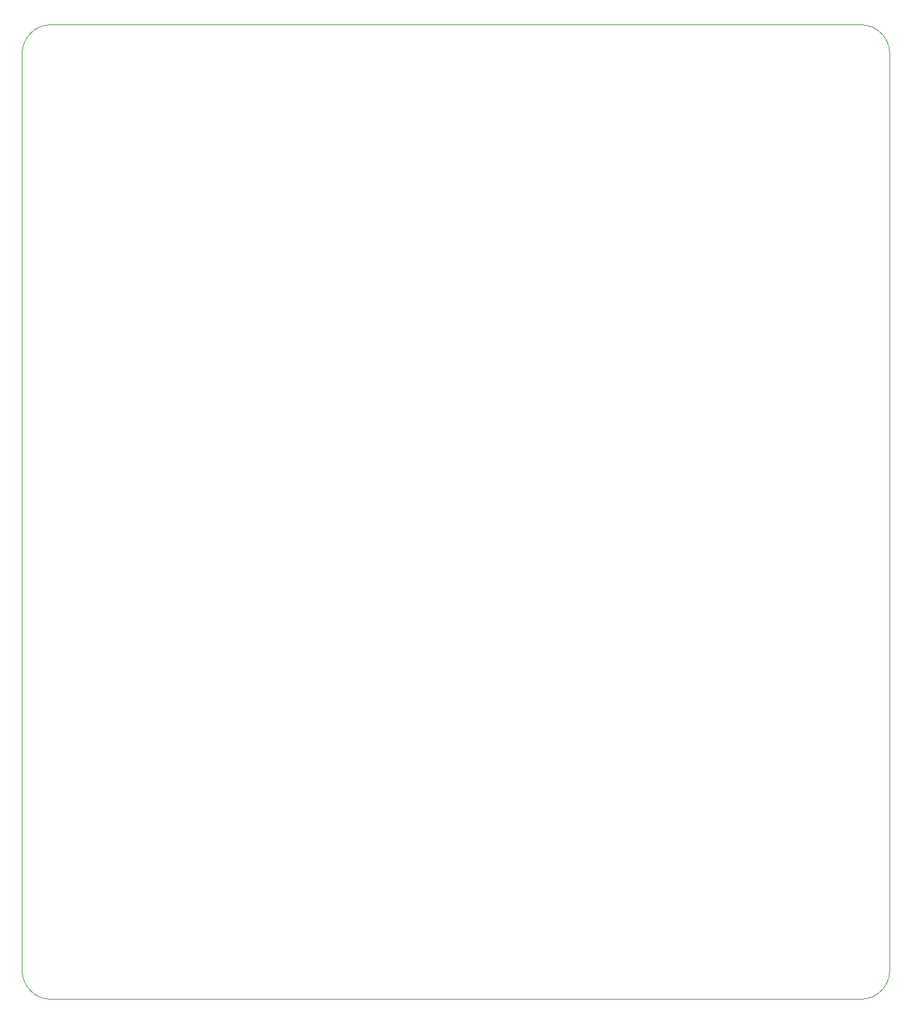
<source format=gbr>
%TF.GenerationSoftware,KiCad,Pcbnew,8.0.4*%
%TF.CreationDate,2024-08-11T19:16:42-04:00*%
%TF.ProjectId,foc_pcb,666f635f-7063-4622-9e6b-696361645f70,rev?*%
%TF.SameCoordinates,Original*%
%TF.FileFunction,Profile,NP*%
%FSLAX46Y46*%
G04 Gerber Fmt 4.6, Leading zero omitted, Abs format (unit mm)*
G04 Created by KiCad (PCBNEW 8.0.4) date 2024-08-11 19:16:42*
%MOMM*%
%LPD*%
G01*
G04 APERTURE LIST*
%TA.AperFunction,Profile*%
%ADD10C,0.100000*%
%TD*%
G04 APERTURE END LIST*
D10*
X367030000Y-173990000D02*
X260350000Y-173990000D01*
X260350000Y-302260000D02*
G75*
G02*
X256540000Y-298450000I0J3810000D01*
G01*
X370840000Y-298450000D02*
G75*
G02*
X367030000Y-302260000I-3810000J0D01*
G01*
X260350000Y-302260000D02*
X367030000Y-302260000D01*
X256540000Y-177800000D02*
G75*
G02*
X260350000Y-173990000I3810000J0D01*
G01*
X370840000Y-298450000D02*
X370840000Y-177800000D01*
X256540000Y-177800000D02*
X256540000Y-298450000D01*
X367030000Y-173990000D02*
G75*
G02*
X370840000Y-177800000I0J-3810000D01*
G01*
M02*

</source>
